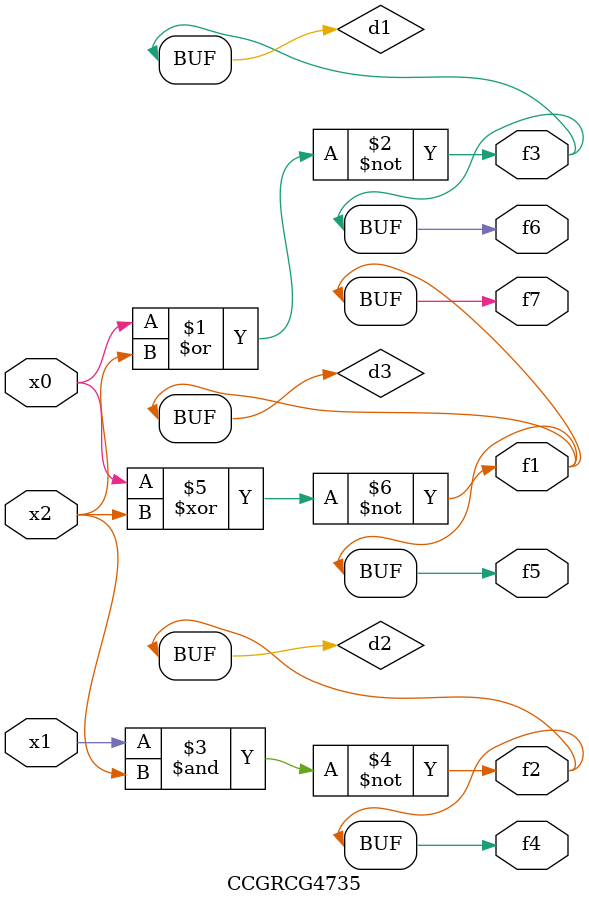
<source format=v>
module CCGRCG4735(
	input x0, x1, x2,
	output f1, f2, f3, f4, f5, f6, f7
);

	wire d1, d2, d3;

	nor (d1, x0, x2);
	nand (d2, x1, x2);
	xnor (d3, x0, x2);
	assign f1 = d3;
	assign f2 = d2;
	assign f3 = d1;
	assign f4 = d2;
	assign f5 = d3;
	assign f6 = d1;
	assign f7 = d3;
endmodule

</source>
